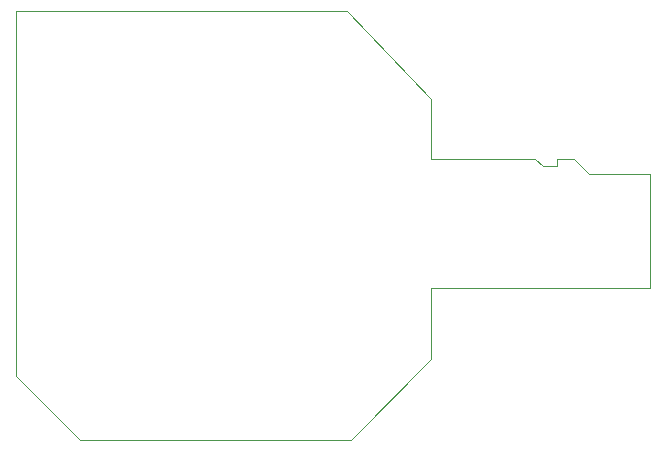
<source format=gbr>
%TF.GenerationSoftware,KiCad,Pcbnew,6.0.5-a6ca702e91~116~ubuntu20.04.1*%
%TF.CreationDate,2022-07-26T15:57:37+01:00*%
%TF.ProjectId,sd-mux,73642d6d-7578-42e6-9b69-6361645f7063,rev?*%
%TF.SameCoordinates,Original*%
%TF.FileFunction,Profile,NP*%
%FSLAX46Y46*%
G04 Gerber Fmt 4.6, Leading zero omitted, Abs format (unit mm)*
G04 Created by KiCad (PCBNEW 6.0.5-a6ca702e91~116~ubuntu20.04.1) date 2022-07-26 15:57:37*
%MOMM*%
%LPD*%
G01*
G04 APERTURE LIST*
%TA.AperFunction,Profile*%
%ADD10C,0.100000*%
%TD*%
G04 APERTURE END LIST*
D10*
X179800000Y-123000000D02*
X174400000Y-117600000D01*
X228050000Y-100500000D02*
X228050000Y-110200000D01*
X222900000Y-100500000D02*
X228050000Y-100500000D01*
X174400000Y-86700000D02*
X202400000Y-86700000D01*
X209500000Y-99200000D02*
X218300000Y-99200000D01*
X202400000Y-86700000D02*
X209500000Y-94150000D01*
X202700000Y-123000000D02*
X179800000Y-123000000D01*
X228050000Y-110200000D02*
X209500000Y-110200000D01*
X209500000Y-110200000D02*
X209500000Y-116200000D01*
X220150000Y-99200000D02*
X221600000Y-99200000D01*
X221600000Y-99200000D02*
X222900000Y-100500000D01*
X218300000Y-99200000D02*
X218950000Y-99800000D01*
X209500000Y-116200000D02*
X202700000Y-123000000D01*
X218950000Y-99800000D02*
X220150000Y-99800000D01*
X220150000Y-99800000D02*
X220150000Y-99200000D01*
X174400000Y-117600000D02*
X174400000Y-86700000D01*
X209500000Y-94150000D02*
X209500000Y-99200000D01*
M02*

</source>
